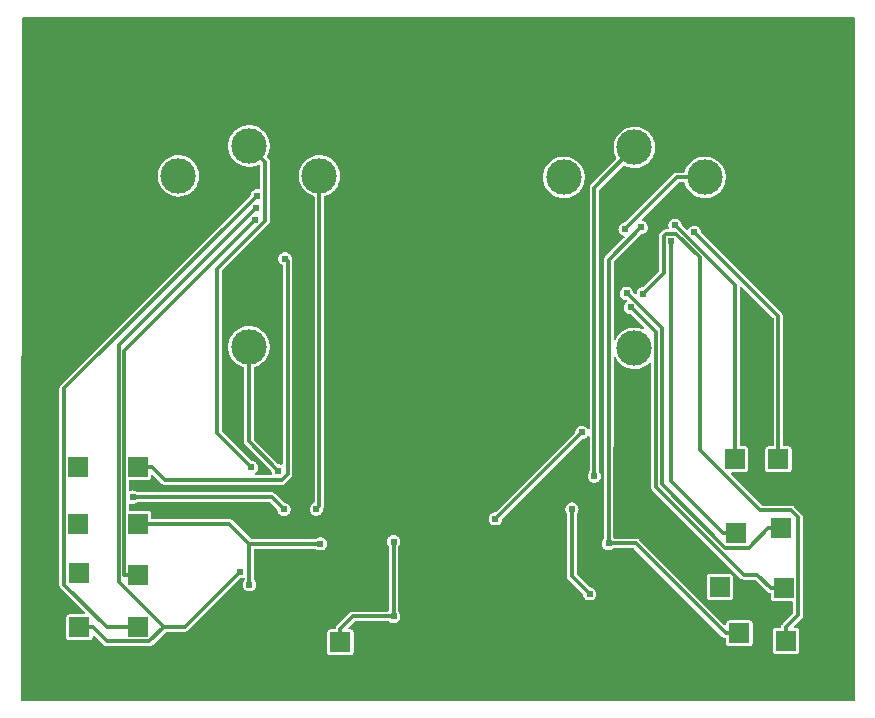
<source format=gbl>
G04 Layer: BottomLayer*
G04 EasyEDA v6.5.29, 2023-07-14 00:53:27*
G04 c58a546ca1a14cb0a5025686437682f6,398929e9e95146ce9e037ed163e1f376,10*
G04 Gerber Generator version 0.2*
G04 Scale: 100 percent, Rotated: No, Reflected: No *
G04 Dimensions in millimeters *
G04 leading zeros omitted , absolute positions ,4 integer and 5 decimal *
%FSLAX45Y45*%
%MOMM*%

%ADD10C,0.3000*%
%ADD11R,1.7000X1.7000*%
%ADD12C,3.0000*%
%ADD13C,0.6096*%
%ADD14C,0.6100*%
%ADD15C,0.0146*%

%LPD*%
G36*
X36169Y-5816092D02*
G01*
X32258Y-5815330D01*
X28956Y-5813094D01*
X26771Y-5809792D01*
X26009Y-5805932D01*
X38506Y-36068D01*
X39319Y-32156D01*
X41503Y-28854D01*
X44805Y-26670D01*
X48666Y-25908D01*
X7075931Y-25908D01*
X7079843Y-26670D01*
X7083094Y-28905D01*
X7085330Y-32156D01*
X7086092Y-36068D01*
X7086092Y-5805932D01*
X7085330Y-5809843D01*
X7083094Y-5813094D01*
X7079843Y-5815330D01*
X7075931Y-5816092D01*
G37*

%LPC*%
G36*
X2647340Y-5431332D02*
G01*
X2816199Y-5431332D01*
X2822549Y-5430621D01*
X2827985Y-5428691D01*
X2832912Y-5425643D01*
X2836976Y-5421528D01*
X2840075Y-5416651D01*
X2841955Y-5411165D01*
X2842666Y-5404866D01*
X2842666Y-5236006D01*
X2841955Y-5229656D01*
X2840075Y-5224221D01*
X2836976Y-5219293D01*
X2832912Y-5215229D01*
X2827985Y-5212130D01*
X2822549Y-5210200D01*
X2816199Y-5209489D01*
X2809798Y-5209489D01*
X2805938Y-5208727D01*
X2802636Y-5206542D01*
X2800451Y-5203240D01*
X2799638Y-5199329D01*
X2800451Y-5195468D01*
X2802636Y-5192166D01*
X2850235Y-5144566D01*
X2853537Y-5142382D01*
X2857398Y-5141569D01*
X3138525Y-5141569D01*
X3141573Y-5142077D01*
X3144367Y-5143449D01*
X3153003Y-5149494D01*
X3161893Y-5153660D01*
X3171393Y-5156200D01*
X3181197Y-5157063D01*
X3191002Y-5156200D01*
X3200501Y-5153660D01*
X3209391Y-5149494D01*
X3217418Y-5143855D01*
X3224377Y-5136896D01*
X3230016Y-5128869D01*
X3234182Y-5119979D01*
X3236722Y-5110480D01*
X3237585Y-5100675D01*
X3236722Y-5090871D01*
X3234182Y-5081371D01*
X3230016Y-5072481D01*
X3223920Y-5063794D01*
X3222599Y-5061051D01*
X3222091Y-5058003D01*
X3222091Y-4510938D01*
X3222599Y-4507890D01*
X3223920Y-4505147D01*
X3230016Y-4496460D01*
X3234182Y-4487570D01*
X3236722Y-4478070D01*
X3237585Y-4468266D01*
X3236722Y-4458462D01*
X3234182Y-4448962D01*
X3230016Y-4440072D01*
X3224377Y-4432046D01*
X3217418Y-4425086D01*
X3209391Y-4419447D01*
X3200501Y-4415282D01*
X3191002Y-4412742D01*
X3181197Y-4411878D01*
X3171393Y-4412742D01*
X3161893Y-4415282D01*
X3153003Y-4419447D01*
X3144977Y-4425086D01*
X3138017Y-4432046D01*
X3132378Y-4440072D01*
X3128213Y-4448962D01*
X3125673Y-4458462D01*
X3124809Y-4468266D01*
X3125673Y-4478070D01*
X3128213Y-4487570D01*
X3132378Y-4496460D01*
X3138474Y-4505147D01*
X3139795Y-4507890D01*
X3140303Y-4510938D01*
X3140303Y-5049621D01*
X3139541Y-5053482D01*
X3137306Y-5056784D01*
X3134004Y-5059019D01*
X3130143Y-5059781D01*
X2836773Y-5059781D01*
X2828290Y-5060594D01*
X2820619Y-5062931D01*
X2813558Y-5066690D01*
X2807004Y-5072126D01*
X2703220Y-5175910D01*
X2697784Y-5182463D01*
X2694025Y-5189524D01*
X2691688Y-5197195D01*
X2691384Y-5200345D01*
X2690368Y-5203901D01*
X2688082Y-5206898D01*
X2684932Y-5208828D01*
X2681274Y-5209489D01*
X2647340Y-5209489D01*
X2641041Y-5210200D01*
X2635554Y-5212130D01*
X2630678Y-5215229D01*
X2626563Y-5219293D01*
X2623515Y-5224221D01*
X2621584Y-5229656D01*
X2620873Y-5236006D01*
X2620873Y-5404866D01*
X2621584Y-5411165D01*
X2623515Y-5416651D01*
X2626563Y-5421528D01*
X2630678Y-5425643D01*
X2635554Y-5428691D01*
X2641041Y-5430621D01*
G37*
G36*
X6419240Y-5418632D02*
G01*
X6588099Y-5418632D01*
X6594449Y-5417921D01*
X6599885Y-5415991D01*
X6604812Y-5412943D01*
X6608876Y-5408828D01*
X6611975Y-5403951D01*
X6613855Y-5398465D01*
X6614566Y-5392166D01*
X6614566Y-5223306D01*
X6613855Y-5216956D01*
X6611975Y-5211521D01*
X6608876Y-5206593D01*
X6604812Y-5202529D01*
X6599885Y-5199430D01*
X6594449Y-5197500D01*
X6588099Y-5196789D01*
X6581698Y-5196789D01*
X6577838Y-5196027D01*
X6574536Y-5193842D01*
X6572351Y-5190540D01*
X6571538Y-5186629D01*
X6572351Y-5182768D01*
X6574536Y-5179466D01*
X6634988Y-5119014D01*
X6640372Y-5112461D01*
X6644131Y-5105400D01*
X6646468Y-5097729D01*
X6647281Y-5089245D01*
X6647281Y-4263694D01*
X6646468Y-4255211D01*
X6644131Y-4247540D01*
X6640372Y-4240479D01*
X6634988Y-4233926D01*
X6575602Y-4174540D01*
X6568998Y-4169105D01*
X6561937Y-4165346D01*
X6554266Y-4163009D01*
X6545783Y-4162196D01*
X6307023Y-4162196D01*
X6303162Y-4161434D01*
X6299860Y-4159199D01*
X6039916Y-3899255D01*
X6037732Y-3895953D01*
X6036919Y-3892092D01*
X6037732Y-3888181D01*
X6039916Y-3884879D01*
X6043218Y-3882694D01*
X6047079Y-3881932D01*
X6156299Y-3881932D01*
X6162649Y-3881221D01*
X6168085Y-3879291D01*
X6173012Y-3876243D01*
X6177076Y-3872128D01*
X6180175Y-3867251D01*
X6182055Y-3861765D01*
X6182766Y-3855465D01*
X6182766Y-3686606D01*
X6182055Y-3680256D01*
X6180175Y-3674821D01*
X6177076Y-3669893D01*
X6173012Y-3665829D01*
X6168085Y-3662730D01*
X6162649Y-3660800D01*
X6156299Y-3660089D01*
X6122924Y-3660089D01*
X6119063Y-3659327D01*
X6115761Y-3657142D01*
X6113576Y-3653840D01*
X6112764Y-3649929D01*
X6112764Y-2316124D01*
X6113576Y-2312212D01*
X6115761Y-2308910D01*
X6119063Y-2306726D01*
X6122924Y-2305964D01*
X6126835Y-2306726D01*
X6130137Y-2308910D01*
X6396278Y-2575102D01*
X6398514Y-2578354D01*
X6399276Y-2582265D01*
X6399276Y-3649929D01*
X6398514Y-3653840D01*
X6396278Y-3657142D01*
X6392976Y-3659327D01*
X6389116Y-3660089D01*
X6355740Y-3660089D01*
X6349441Y-3660800D01*
X6343954Y-3662730D01*
X6339078Y-3665829D01*
X6334963Y-3669893D01*
X6331915Y-3674821D01*
X6329984Y-3680256D01*
X6329273Y-3686606D01*
X6329273Y-3855465D01*
X6329984Y-3861765D01*
X6331915Y-3867251D01*
X6334963Y-3872128D01*
X6339078Y-3876243D01*
X6343954Y-3879291D01*
X6349441Y-3881221D01*
X6355740Y-3881932D01*
X6524599Y-3881932D01*
X6530949Y-3881221D01*
X6536385Y-3879291D01*
X6541312Y-3876243D01*
X6545376Y-3872128D01*
X6548475Y-3867251D01*
X6550355Y-3861765D01*
X6551066Y-3855465D01*
X6551066Y-3686606D01*
X6550355Y-3680256D01*
X6548475Y-3674821D01*
X6545376Y-3669893D01*
X6541312Y-3665829D01*
X6536385Y-3662730D01*
X6530949Y-3660800D01*
X6524599Y-3660089D01*
X6491224Y-3660089D01*
X6487363Y-3659327D01*
X6484061Y-3657142D01*
X6481876Y-3653840D01*
X6481064Y-3649929D01*
X6481064Y-2561590D01*
X6480251Y-2553157D01*
X6477914Y-2545486D01*
X6474155Y-2538425D01*
X6468770Y-2531821D01*
X5786628Y-1849678D01*
X5784596Y-1846834D01*
X5783681Y-1843379D01*
X5783275Y-1838909D01*
X5780735Y-1829409D01*
X5776569Y-1820519D01*
X5770981Y-1812493D01*
X5764022Y-1805533D01*
X5755944Y-1799894D01*
X5747054Y-1795729D01*
X5737555Y-1793189D01*
X5727801Y-1792325D01*
X5717997Y-1793189D01*
X5708497Y-1795729D01*
X5699607Y-1799894D01*
X5691530Y-1805533D01*
X5684570Y-1812493D01*
X5678982Y-1820519D01*
X5677509Y-1823618D01*
X5675223Y-1826768D01*
X5671972Y-1828800D01*
X5668111Y-1829511D01*
X5664352Y-1828698D01*
X5661101Y-1826514D01*
X5623407Y-1788769D01*
X5621375Y-1785924D01*
X5620461Y-1782470D01*
X5620054Y-1778000D01*
X5617514Y-1768500D01*
X5613349Y-1759610D01*
X5607761Y-1751584D01*
X5600801Y-1744624D01*
X5592724Y-1738985D01*
X5583834Y-1734820D01*
X5574334Y-1732280D01*
X5564581Y-1731416D01*
X5554776Y-1732280D01*
X5545277Y-1734820D01*
X5536387Y-1738985D01*
X5528310Y-1744624D01*
X5521350Y-1751584D01*
X5515762Y-1759610D01*
X5511596Y-1768500D01*
X5509056Y-1778000D01*
X5508193Y-1787804D01*
X5509056Y-1797608D01*
X5513120Y-1812239D01*
X5512460Y-1816252D01*
X5510276Y-1819656D01*
X5506923Y-1821942D01*
X5502960Y-1822754D01*
X5488533Y-1822754D01*
X5480100Y-1823618D01*
X5472430Y-1825904D01*
X5465368Y-1829714D01*
X5458764Y-1835099D01*
X5440781Y-1853082D01*
X5435396Y-1859686D01*
X5431586Y-1866747D01*
X5429300Y-1874367D01*
X5428437Y-1882851D01*
X5428437Y-2171903D01*
X5427675Y-2175764D01*
X5425490Y-2179066D01*
X5296408Y-2308148D01*
X5293512Y-2310180D01*
X5290108Y-2311095D01*
X5285587Y-2311501D01*
X5276088Y-2314041D01*
X5267198Y-2318207D01*
X5259171Y-2323795D01*
X5252212Y-2330754D01*
X5246573Y-2338832D01*
X5242407Y-2347722D01*
X5239867Y-2357221D01*
X5239054Y-2366721D01*
X5237988Y-2370378D01*
X5235702Y-2373426D01*
X5232400Y-2375357D01*
X5228640Y-2375966D01*
X5224881Y-2375154D01*
X5221732Y-2373020D01*
X5214467Y-2365756D01*
X5212435Y-2362860D01*
X5211521Y-2359456D01*
X5211165Y-2354986D01*
X5208625Y-2345486D01*
X5204460Y-2336596D01*
X5198821Y-2328519D01*
X5191861Y-2321560D01*
X5183835Y-2315972D01*
X5174945Y-2311806D01*
X5165445Y-2309266D01*
X5155641Y-2308402D01*
X5145836Y-2309266D01*
X5136337Y-2311806D01*
X5127447Y-2315972D01*
X5119420Y-2321560D01*
X5112461Y-2328519D01*
X5106822Y-2336596D01*
X5102656Y-2345486D01*
X5100116Y-2354986D01*
X5099253Y-2364790D01*
X5100116Y-2374544D01*
X5102656Y-2384044D01*
X5106822Y-2392934D01*
X5112461Y-2401011D01*
X5119420Y-2407970D01*
X5127447Y-2413558D01*
X5136337Y-2417724D01*
X5145836Y-2420264D01*
X5148783Y-2420518D01*
X5152694Y-2421686D01*
X5155844Y-2424328D01*
X5157673Y-2428036D01*
X5157927Y-2432151D01*
X5156504Y-2436012D01*
X5153710Y-2438958D01*
X5151932Y-2440228D01*
X5144973Y-2447188D01*
X5139334Y-2455214D01*
X5135168Y-2464104D01*
X5132628Y-2473604D01*
X5131765Y-2483408D01*
X5132628Y-2493213D01*
X5135168Y-2502712D01*
X5139334Y-2511602D01*
X5144973Y-2519629D01*
X5151932Y-2526588D01*
X5159959Y-2532227D01*
X5168849Y-2536393D01*
X5178348Y-2538933D01*
X5182870Y-2539339D01*
X5186273Y-2540203D01*
X5189169Y-2542235D01*
X5299252Y-2652318D01*
X5301437Y-2655620D01*
X5302199Y-2659481D01*
X5301437Y-2663393D01*
X5299252Y-2666695D01*
X5296001Y-2668879D01*
X5292090Y-2669692D01*
X5288229Y-2668930D01*
X5278780Y-2665069D01*
X5261356Y-2660040D01*
X5243576Y-2656789D01*
X5225491Y-2655366D01*
X5207406Y-2655824D01*
X5189423Y-2658160D01*
X5171795Y-2662326D01*
X5154726Y-2668270D01*
X5138318Y-2675940D01*
X5122773Y-2685288D01*
X5108295Y-2696159D01*
X5094986Y-2708452D01*
X5083048Y-2722067D01*
X5072583Y-2736799D01*
X5063540Y-2752801D01*
X5061305Y-2756052D01*
X5058003Y-2758186D01*
X5054092Y-2758897D01*
X5050282Y-2758084D01*
X5046980Y-2755849D01*
X5044846Y-2752598D01*
X5044084Y-2748737D01*
X5044694Y-2103170D01*
X5045456Y-2099310D01*
X5047640Y-2096007D01*
X5277307Y-1866138D01*
X5280202Y-1864106D01*
X5283606Y-1863191D01*
X5288229Y-1862785D01*
X5297728Y-1860245D01*
X5306618Y-1856079D01*
X5314696Y-1850491D01*
X5321655Y-1843532D01*
X5327243Y-1835454D01*
X5331409Y-1826564D01*
X5333949Y-1817065D01*
X5334812Y-1807311D01*
X5333949Y-1797507D01*
X5331409Y-1788007D01*
X5327243Y-1779117D01*
X5321655Y-1771040D01*
X5314696Y-1764080D01*
X5306618Y-1758492D01*
X5297728Y-1754327D01*
X5289804Y-1752193D01*
X5286044Y-1750263D01*
X5283352Y-1747012D01*
X5282285Y-1742897D01*
X5282946Y-1738731D01*
X5285232Y-1735175D01*
X5593130Y-1427276D01*
X5596432Y-1425092D01*
X5600344Y-1424330D01*
X5639104Y-1424330D01*
X5643270Y-1425194D01*
X5646674Y-1427734D01*
X5648807Y-1431391D01*
X5653278Y-1445463D01*
X5660542Y-1462074D01*
X5669483Y-1477822D01*
X5679948Y-1492554D01*
X5691886Y-1506169D01*
X5705195Y-1518462D01*
X5719673Y-1529334D01*
X5735218Y-1538681D01*
X5751626Y-1546352D01*
X5768695Y-1552295D01*
X5786323Y-1556461D01*
X5804306Y-1558798D01*
X5822391Y-1559255D01*
X5840476Y-1557832D01*
X5858256Y-1554581D01*
X5875680Y-1549552D01*
X5892444Y-1542745D01*
X5908446Y-1534210D01*
X5923432Y-1524101D01*
X5937351Y-1512519D01*
X5950000Y-1499514D01*
X5961227Y-1485341D01*
X5970930Y-1470050D01*
X5979058Y-1453845D01*
X5985459Y-1436928D01*
X5990031Y-1419402D01*
X5992825Y-1401521D01*
X5993790Y-1383436D01*
X5992825Y-1365351D01*
X5990031Y-1347419D01*
X5985459Y-1329944D01*
X5979058Y-1312976D01*
X5970930Y-1296771D01*
X5961227Y-1281480D01*
X5950000Y-1267307D01*
X5937351Y-1254302D01*
X5923432Y-1242720D01*
X5908446Y-1232611D01*
X5892444Y-1224127D01*
X5875680Y-1217269D01*
X5858256Y-1212240D01*
X5840476Y-1208989D01*
X5822391Y-1207566D01*
X5804306Y-1208024D01*
X5786323Y-1210360D01*
X5768695Y-1214526D01*
X5751626Y-1220470D01*
X5735218Y-1228140D01*
X5719673Y-1237488D01*
X5705195Y-1248359D01*
X5691886Y-1260652D01*
X5679948Y-1274267D01*
X5669483Y-1288999D01*
X5660542Y-1304747D01*
X5653278Y-1321358D01*
X5648807Y-1335430D01*
X5646674Y-1339138D01*
X5643270Y-1341628D01*
X5639104Y-1342491D01*
X5579668Y-1342491D01*
X5571185Y-1343355D01*
X5563514Y-1345641D01*
X5556453Y-1349451D01*
X5549900Y-1354836D01*
X5142687Y-1762048D01*
X5139791Y-1764080D01*
X5136388Y-1764995D01*
X5131917Y-1765350D01*
X5122418Y-1767890D01*
X5113528Y-1772056D01*
X5105450Y-1777695D01*
X5098491Y-1784654D01*
X5092903Y-1792681D01*
X5088737Y-1801571D01*
X5086197Y-1811070D01*
X5085334Y-1820875D01*
X5086197Y-1830679D01*
X5088737Y-1840179D01*
X5092903Y-1849069D01*
X5098491Y-1857095D01*
X5105450Y-1864055D01*
X5113528Y-1869693D01*
X5122418Y-1873859D01*
X5130342Y-1875942D01*
X5134102Y-1877872D01*
X5136743Y-1881174D01*
X5137861Y-1885238D01*
X5137200Y-1889404D01*
X5134864Y-1892960D01*
X4975199Y-2052777D01*
X4969865Y-2059279D01*
X4966055Y-2066340D01*
X4963718Y-2074011D01*
X4962906Y-2082495D01*
X4960670Y-4440072D01*
X4960162Y-4443120D01*
X4958791Y-4445863D01*
X4952796Y-4454448D01*
X4948631Y-4463338D01*
X4946091Y-4472838D01*
X4945227Y-4482642D01*
X4946091Y-4492447D01*
X4948631Y-4501946D01*
X4952796Y-4510836D01*
X4958435Y-4518863D01*
X4965395Y-4525822D01*
X4973421Y-4531461D01*
X4982311Y-4535627D01*
X4991811Y-4538167D01*
X5001615Y-4539030D01*
X5011420Y-4538167D01*
X5020919Y-4535627D01*
X5029809Y-4531461D01*
X5038445Y-4525416D01*
X5041239Y-4524044D01*
X5044287Y-4523536D01*
X5212029Y-4523536D01*
X5215940Y-4524349D01*
X5219242Y-4526534D01*
X5965494Y-5272786D01*
X5972048Y-5278170D01*
X5979109Y-5281980D01*
X5986780Y-5284266D01*
X5989878Y-5284571D01*
X5993485Y-5285638D01*
X5996432Y-5287873D01*
X5998362Y-5291074D01*
X5999073Y-5294680D01*
X5999073Y-5328666D01*
X5999784Y-5334965D01*
X6001715Y-5340451D01*
X6004763Y-5345328D01*
X6008878Y-5349443D01*
X6013754Y-5352491D01*
X6019241Y-5354421D01*
X6025540Y-5355132D01*
X6194399Y-5355132D01*
X6200749Y-5354421D01*
X6206185Y-5352491D01*
X6211112Y-5349443D01*
X6215176Y-5345328D01*
X6218275Y-5340451D01*
X6220155Y-5334965D01*
X6220866Y-5328666D01*
X6220866Y-5159806D01*
X6220155Y-5153456D01*
X6218275Y-5148021D01*
X6215176Y-5143093D01*
X6211112Y-5139029D01*
X6206185Y-5135930D01*
X6200749Y-5134000D01*
X6194399Y-5133289D01*
X6025540Y-5133289D01*
X6019241Y-5134000D01*
X6013754Y-5135930D01*
X6008878Y-5139029D01*
X6004763Y-5143093D01*
X6001715Y-5148021D01*
X5999784Y-5153456D01*
X5999073Y-5159806D01*
X5999073Y-5166156D01*
X5998311Y-5170017D01*
X5996076Y-5173319D01*
X5992774Y-5175504D01*
X5988913Y-5176316D01*
X5985002Y-5175504D01*
X5981700Y-5173319D01*
X5262473Y-4454093D01*
X5255869Y-4448657D01*
X5248808Y-4444898D01*
X5241188Y-4442561D01*
X5232704Y-4441748D01*
X5052618Y-4441748D01*
X5048758Y-4440986D01*
X5045456Y-4438751D01*
X5043220Y-4435449D01*
X5042458Y-4431588D01*
X5043932Y-2913329D01*
X5044694Y-2909468D01*
X5046878Y-2906217D01*
X5050129Y-2903982D01*
X5053990Y-2903169D01*
X5057851Y-2903880D01*
X5061153Y-2906064D01*
X5063642Y-2909874D01*
X5072583Y-2925622D01*
X5083048Y-2940354D01*
X5094986Y-2953969D01*
X5108295Y-2966262D01*
X5122773Y-2977134D01*
X5138318Y-2986481D01*
X5154726Y-2994152D01*
X5171795Y-3000095D01*
X5189423Y-3004261D01*
X5207406Y-3006598D01*
X5225491Y-3007055D01*
X5243576Y-3005632D01*
X5261356Y-3002381D01*
X5278780Y-2997352D01*
X5295544Y-2990545D01*
X5311546Y-2982010D01*
X5326532Y-2971901D01*
X5340451Y-2960319D01*
X5343042Y-2957677D01*
X5346293Y-2955391D01*
X5350205Y-2954578D01*
X5354116Y-2955340D01*
X5357469Y-2957525D01*
X5359654Y-2960827D01*
X5360466Y-2964738D01*
X5360466Y-4002836D01*
X5361279Y-4011320D01*
X5363616Y-4018991D01*
X5367375Y-4026052D01*
X5372811Y-4032605D01*
X6116726Y-4776571D01*
X6123330Y-4781956D01*
X6130391Y-4785766D01*
X6138062Y-4788052D01*
X6146495Y-4788916D01*
X6239408Y-4788916D01*
X6243269Y-4789678D01*
X6246571Y-4791862D01*
X6346494Y-4891786D01*
X6353048Y-4897170D01*
X6360109Y-4900980D01*
X6367780Y-4903266D01*
X6370878Y-4903571D01*
X6374485Y-4904638D01*
X6377432Y-4906873D01*
X6379362Y-4910074D01*
X6380073Y-4913680D01*
X6380073Y-4947666D01*
X6380784Y-4953965D01*
X6382715Y-4959451D01*
X6385763Y-4964328D01*
X6389878Y-4968443D01*
X6394754Y-4971491D01*
X6400241Y-4973421D01*
X6406540Y-4974132D01*
X6555333Y-4974132D01*
X6559194Y-4974894D01*
X6562496Y-4977079D01*
X6564731Y-4980381D01*
X6565493Y-4984292D01*
X6565493Y-5068620D01*
X6564731Y-5072481D01*
X6562496Y-5075783D01*
X6475120Y-5163210D01*
X6469684Y-5169763D01*
X6465925Y-5176824D01*
X6463588Y-5184495D01*
X6463284Y-5187645D01*
X6462268Y-5191201D01*
X6459982Y-5194198D01*
X6456832Y-5196128D01*
X6453174Y-5196789D01*
X6419240Y-5196789D01*
X6412941Y-5197500D01*
X6407454Y-5199430D01*
X6402578Y-5202529D01*
X6398463Y-5206593D01*
X6395415Y-5211521D01*
X6393484Y-5216956D01*
X6392773Y-5223306D01*
X6392773Y-5392166D01*
X6393484Y-5398465D01*
X6395415Y-5403951D01*
X6398463Y-5408828D01*
X6402578Y-5412943D01*
X6407454Y-5415991D01*
X6412941Y-5417921D01*
G37*
G36*
X757275Y-5353862D02*
G01*
X1111758Y-5353862D01*
X1120241Y-5353050D01*
X1127861Y-5350713D01*
X1134922Y-5346954D01*
X1141526Y-5341569D01*
X1251356Y-5231739D01*
X1254607Y-5229555D01*
X1258519Y-5228742D01*
X1413052Y-5228742D01*
X1421536Y-5227929D01*
X1429156Y-5225592D01*
X1436268Y-5221833D01*
X1442821Y-5216448D01*
X1876907Y-4782362D01*
X1879752Y-4780330D01*
X1883206Y-4779416D01*
X1887677Y-4779010D01*
X1897176Y-4776470D01*
X1906168Y-4772304D01*
X1910080Y-4771339D01*
X1914093Y-4771999D01*
X1917496Y-4774184D01*
X1919782Y-4777536D01*
X1920595Y-4781499D01*
X1920595Y-4789525D01*
X1920138Y-4792573D01*
X1918766Y-4795367D01*
X1912721Y-4804054D01*
X1908556Y-4812944D01*
X1906016Y-4822444D01*
X1905152Y-4832248D01*
X1906016Y-4842002D01*
X1908556Y-4851501D01*
X1912721Y-4860391D01*
X1918309Y-4868468D01*
X1925269Y-4875428D01*
X1933346Y-4881016D01*
X1942236Y-4885182D01*
X1951736Y-4887722D01*
X1961540Y-4888585D01*
X1971293Y-4887722D01*
X1980793Y-4885182D01*
X1989683Y-4881016D01*
X1997760Y-4875428D01*
X2004720Y-4868468D01*
X2010308Y-4860391D01*
X2014474Y-4851501D01*
X2017014Y-4842002D01*
X2017877Y-4832248D01*
X2017014Y-4822444D01*
X2014474Y-4812944D01*
X2010308Y-4804054D01*
X2004263Y-4795367D01*
X2002891Y-4792573D01*
X2002434Y-4789525D01*
X2002434Y-4537252D01*
X2003196Y-4533392D01*
X2005380Y-4530090D01*
X2008682Y-4527905D01*
X2012594Y-4527092D01*
X2519121Y-4527092D01*
X2522169Y-4527600D01*
X2524963Y-4528921D01*
X2533650Y-4535017D01*
X2542540Y-4539183D01*
X2552039Y-4541723D01*
X2561844Y-4542586D01*
X2571597Y-4541723D01*
X2581097Y-4539183D01*
X2589987Y-4535017D01*
X2598064Y-4529378D01*
X2605024Y-4522419D01*
X2610612Y-4514392D01*
X2614777Y-4505502D01*
X2617317Y-4496003D01*
X2618181Y-4486198D01*
X2617317Y-4476394D01*
X2614777Y-4466894D01*
X2610612Y-4458004D01*
X2605024Y-4449978D01*
X2598064Y-4443018D01*
X2589987Y-4437380D01*
X2581097Y-4433214D01*
X2571597Y-4430674D01*
X2561844Y-4429810D01*
X2552039Y-4430674D01*
X2542540Y-4433214D01*
X2533650Y-4437380D01*
X2524963Y-4443476D01*
X2522169Y-4444847D01*
X2519121Y-4445304D01*
X1982673Y-4445304D01*
X1978761Y-4444542D01*
X1975459Y-4442307D01*
X1821738Y-4288536D01*
X1815134Y-4283151D01*
X1808073Y-4279341D01*
X1800402Y-4277055D01*
X1791919Y-4276191D01*
X1138326Y-4276191D01*
X1134465Y-4275429D01*
X1131163Y-4273245D01*
X1128979Y-4269943D01*
X1128166Y-4266031D01*
X1128166Y-4232706D01*
X1127455Y-4226356D01*
X1125575Y-4220921D01*
X1122476Y-4215993D01*
X1118412Y-4211929D01*
X1113485Y-4208830D01*
X1108049Y-4206900D01*
X1101699Y-4206189D01*
X952957Y-4206189D01*
X949045Y-4205427D01*
X945743Y-4203242D01*
X943559Y-4199940D01*
X942797Y-4196029D01*
X942797Y-4154068D01*
X943457Y-4150410D01*
X945387Y-4147261D01*
X948334Y-4145026D01*
X951890Y-4143959D01*
X955598Y-4144264D01*
X961847Y-4145940D01*
X971651Y-4146804D01*
X981456Y-4145940D01*
X990955Y-4143400D01*
X999845Y-4139234D01*
X1008481Y-4133138D01*
X1011275Y-4131818D01*
X1014323Y-4131310D01*
X2129586Y-4131310D01*
X2133447Y-4132122D01*
X2136749Y-4134307D01*
X2195169Y-4192727D01*
X2197201Y-4195622D01*
X2198116Y-4199026D01*
X2198522Y-4203496D01*
X2201062Y-4212996D01*
X2205228Y-4221886D01*
X2210816Y-4229963D01*
X2217775Y-4236923D01*
X2225852Y-4242511D01*
X2234742Y-4246676D01*
X2244242Y-4249216D01*
X2254046Y-4250080D01*
X2263800Y-4249216D01*
X2273300Y-4246676D01*
X2282190Y-4242511D01*
X2290267Y-4236923D01*
X2297226Y-4229963D01*
X2302814Y-4221886D01*
X2306980Y-4212996D01*
X2309520Y-4203496D01*
X2310384Y-4193743D01*
X2309520Y-4183938D01*
X2306980Y-4174439D01*
X2302814Y-4165549D01*
X2297226Y-4157472D01*
X2290267Y-4150512D01*
X2282190Y-4144924D01*
X2273300Y-4140758D01*
X2263800Y-4138218D01*
X2259330Y-4137812D01*
X2255926Y-4136898D01*
X2253030Y-4134865D01*
X2179980Y-4061866D01*
X2173427Y-4056430D01*
X2166366Y-4052671D01*
X2158695Y-4050334D01*
X2150211Y-4049522D01*
X1014323Y-4049522D01*
X1011275Y-4049064D01*
X1008532Y-4047693D01*
X999845Y-4041597D01*
X990955Y-4037431D01*
X981456Y-4034891D01*
X971651Y-4034028D01*
X961847Y-4034891D01*
X955598Y-4036568D01*
X951890Y-4036872D01*
X948334Y-4035806D01*
X945387Y-4033570D01*
X943457Y-4030421D01*
X942797Y-4026763D01*
X942797Y-3955592D01*
X943559Y-3951681D01*
X945743Y-3948379D01*
X949045Y-3946194D01*
X952957Y-3945432D01*
X1101699Y-3945432D01*
X1108049Y-3944721D01*
X1113485Y-3942791D01*
X1118412Y-3939743D01*
X1122476Y-3935628D01*
X1125575Y-3930751D01*
X1127455Y-3925265D01*
X1128166Y-3918965D01*
X1128166Y-3912565D01*
X1128979Y-3908653D01*
X1131163Y-3905402D01*
X1134465Y-3903167D01*
X1138326Y-3902405D01*
X1142238Y-3903167D01*
X1145540Y-3905402D01*
X1213510Y-3973372D01*
X1220114Y-3978757D01*
X1227175Y-3982567D01*
X1234846Y-3984853D01*
X1243279Y-3985717D01*
X2233726Y-3985717D01*
X2242210Y-3984853D01*
X2249881Y-3982567D01*
X2256942Y-3978757D01*
X2263546Y-3973372D01*
X2313584Y-3923284D01*
X2318969Y-3916730D01*
X2322779Y-3909669D01*
X2325116Y-3901998D01*
X2325928Y-3893515D01*
X2325928Y-2094026D01*
X2325116Y-2085593D01*
X2322779Y-2077923D01*
X2320239Y-2073148D01*
X2319070Y-2069236D01*
X2318410Y-2061616D01*
X2315870Y-2052116D01*
X2311704Y-2043226D01*
X2306066Y-2035200D01*
X2299106Y-2028240D01*
X2291080Y-2022602D01*
X2282190Y-2018436D01*
X2272690Y-2015896D01*
X2262886Y-2015032D01*
X2253081Y-2015896D01*
X2243582Y-2018436D01*
X2234692Y-2022602D01*
X2226665Y-2028240D01*
X2219706Y-2035200D01*
X2214067Y-2043226D01*
X2209901Y-2052116D01*
X2207361Y-2061616D01*
X2206498Y-2071420D01*
X2207361Y-2081225D01*
X2209901Y-2090724D01*
X2214067Y-2099614D01*
X2219706Y-2107641D01*
X2226665Y-2114600D01*
X2234692Y-2120239D01*
X2238248Y-2121865D01*
X2241346Y-2124100D01*
X2243378Y-2127351D01*
X2244090Y-2131110D01*
X2244090Y-3807206D01*
X2243277Y-3811168D01*
X2240991Y-3814521D01*
X2237587Y-3816654D01*
X2233574Y-3817365D01*
X2229662Y-3816400D01*
X2223008Y-3813301D01*
X2213508Y-3810762D01*
X2209038Y-3810355D01*
X2205583Y-3809441D01*
X2202738Y-3807409D01*
X2000961Y-3605682D01*
X1998776Y-3602380D01*
X1997964Y-3598468D01*
X1997964Y-2997200D01*
X1998929Y-2992932D01*
X2001520Y-2989478D01*
X2005279Y-2987446D01*
X2014880Y-2984652D01*
X2031644Y-2977845D01*
X2047646Y-2969310D01*
X2062632Y-2959201D01*
X2076551Y-2947619D01*
X2089200Y-2934614D01*
X2100427Y-2920441D01*
X2110130Y-2905150D01*
X2118258Y-2888945D01*
X2124659Y-2872028D01*
X2129231Y-2854502D01*
X2132025Y-2836621D01*
X2132990Y-2818536D01*
X2132025Y-2800451D01*
X2129231Y-2782519D01*
X2124659Y-2765044D01*
X2118258Y-2748076D01*
X2110130Y-2731871D01*
X2100427Y-2716580D01*
X2089200Y-2702407D01*
X2076551Y-2689402D01*
X2062632Y-2677820D01*
X2047646Y-2667711D01*
X2031644Y-2659227D01*
X2014880Y-2652369D01*
X1997456Y-2647340D01*
X1979675Y-2644089D01*
X1961591Y-2642666D01*
X1943506Y-2643124D01*
X1925523Y-2645460D01*
X1907895Y-2649626D01*
X1890826Y-2655570D01*
X1874418Y-2663240D01*
X1858873Y-2672588D01*
X1844395Y-2683459D01*
X1831086Y-2695752D01*
X1819148Y-2709367D01*
X1808683Y-2724099D01*
X1799742Y-2739847D01*
X1792478Y-2756458D01*
X1786991Y-2773730D01*
X1783283Y-2791460D01*
X1781403Y-2809443D01*
X1781403Y-2827578D01*
X1783283Y-2845562D01*
X1786991Y-2863291D01*
X1792478Y-2880563D01*
X1799742Y-2897174D01*
X1808683Y-2912922D01*
X1819148Y-2927654D01*
X1831086Y-2941269D01*
X1844395Y-2953562D01*
X1858873Y-2964434D01*
X1874418Y-2973781D01*
X1890826Y-2981452D01*
X1908352Y-2987497D01*
X1912366Y-2989478D01*
X1915160Y-2992983D01*
X1916175Y-2997403D01*
X1916175Y-3619144D01*
X1916988Y-3627577D01*
X1919325Y-3635248D01*
X1923084Y-3642309D01*
X1928520Y-3648913D01*
X2144877Y-3865270D01*
X2146909Y-3868165D01*
X2147824Y-3871569D01*
X2148179Y-3876040D01*
X2150719Y-3885539D01*
X2152548Y-3889451D01*
X2153513Y-3893362D01*
X2152853Y-3897376D01*
X2150668Y-3900779D01*
X2147316Y-3903065D01*
X2143353Y-3903878D01*
X2016048Y-3903878D01*
X2011883Y-3903014D01*
X2008428Y-3900474D01*
X2006346Y-3896766D01*
X2005939Y-3892550D01*
X2007311Y-3888536D01*
X2010206Y-3885387D01*
X2014016Y-3882745D01*
X2020976Y-3875786D01*
X2026564Y-3867759D01*
X2030730Y-3858869D01*
X2033270Y-3849370D01*
X2034133Y-3839565D01*
X2033270Y-3829761D01*
X2030730Y-3820261D01*
X2026564Y-3811371D01*
X2020976Y-3803345D01*
X2014016Y-3796385D01*
X2005939Y-3790746D01*
X1997049Y-3786581D01*
X1987550Y-3784041D01*
X1983333Y-3783685D01*
X1979930Y-3782771D01*
X1977034Y-3780739D01*
X1732991Y-3536696D01*
X1730806Y-3533394D01*
X1729993Y-3529533D01*
X1729993Y-2178100D01*
X1730806Y-2174240D01*
X1732991Y-2170938D01*
X2123795Y-1780082D01*
X2129231Y-1773529D01*
X2132990Y-1766468D01*
X2135327Y-1758797D01*
X2136140Y-1750314D01*
X2136140Y-1256284D01*
X2135327Y-1247800D01*
X2132990Y-1240129D01*
X2129231Y-1233068D01*
X2123795Y-1226515D01*
X2112467Y-1215136D01*
X2110181Y-1211630D01*
X2109520Y-1207465D01*
X2110587Y-1203401D01*
X2118258Y-1188059D01*
X2124659Y-1171092D01*
X2129231Y-1153617D01*
X2132025Y-1135684D01*
X2132990Y-1117600D01*
X2132025Y-1099515D01*
X2129231Y-1081633D01*
X2124659Y-1064107D01*
X2118258Y-1047191D01*
X2110130Y-1030986D01*
X2100427Y-1015695D01*
X2089200Y-1001471D01*
X2076551Y-988517D01*
X2062632Y-976934D01*
X2047646Y-966825D01*
X2031644Y-958291D01*
X2014880Y-951484D01*
X1997456Y-946403D01*
X1979675Y-943152D01*
X1961591Y-941781D01*
X1943506Y-942238D01*
X1925523Y-944575D01*
X1907895Y-948740D01*
X1890826Y-954684D01*
X1874418Y-962355D01*
X1858873Y-971702D01*
X1844395Y-982522D01*
X1831086Y-994867D01*
X1819148Y-1008430D01*
X1808683Y-1023213D01*
X1799742Y-1038961D01*
X1792478Y-1055573D01*
X1786991Y-1072794D01*
X1783283Y-1090523D01*
X1781403Y-1108557D01*
X1781403Y-1126642D01*
X1783283Y-1144676D01*
X1786991Y-1162405D01*
X1792478Y-1179677D01*
X1799742Y-1196238D01*
X1808683Y-1212037D01*
X1819148Y-1226769D01*
X1831086Y-1240383D01*
X1844395Y-1252677D01*
X1858873Y-1263548D01*
X1874418Y-1272895D01*
X1890826Y-1280566D01*
X1907895Y-1286510D01*
X1925523Y-1290675D01*
X1943506Y-1292961D01*
X1961591Y-1293469D01*
X1979675Y-1292047D01*
X1997456Y-1288796D01*
X2014880Y-1283766D01*
X2031644Y-1276908D01*
X2039416Y-1272794D01*
X2043379Y-1271625D01*
X2047493Y-1272133D01*
X2051100Y-1274318D01*
X2053488Y-1277670D01*
X2054352Y-1281734D01*
X2054352Y-1474520D01*
X2053640Y-1478178D01*
X2051710Y-1481328D01*
X2048814Y-1483563D01*
X2045258Y-1484630D01*
X2041550Y-1484325D01*
X2035962Y-1482852D01*
X2026157Y-1481988D01*
X2016404Y-1482852D01*
X2006904Y-1485392D01*
X1998014Y-1489557D01*
X1989937Y-1495145D01*
X1982978Y-1502105D01*
X1977389Y-1510182D01*
X1973224Y-1519072D01*
X1970684Y-1528572D01*
X1970278Y-1533042D01*
X1969363Y-1536446D01*
X1967331Y-1539341D01*
X365302Y-3141370D01*
X359918Y-3147974D01*
X356158Y-3155035D01*
X353822Y-3162706D01*
X352958Y-3171139D01*
X352958Y-4832502D01*
X353822Y-4840986D01*
X356158Y-4848656D01*
X359918Y-4855718D01*
X365302Y-4862271D01*
X568198Y-5065166D01*
X570382Y-5068468D01*
X571144Y-5072329D01*
X570382Y-5076240D01*
X568198Y-5079542D01*
X564896Y-5081727D01*
X560984Y-5082489D01*
X437540Y-5082489D01*
X431241Y-5083200D01*
X425754Y-5085130D01*
X420878Y-5088229D01*
X416763Y-5092293D01*
X413715Y-5097221D01*
X411784Y-5102656D01*
X411073Y-5109006D01*
X411073Y-5277866D01*
X411784Y-5284165D01*
X413715Y-5289651D01*
X416763Y-5294528D01*
X420878Y-5298643D01*
X425754Y-5301691D01*
X431241Y-5303621D01*
X437540Y-5304332D01*
X606399Y-5304332D01*
X612749Y-5303621D01*
X618185Y-5301691D01*
X623112Y-5298643D01*
X627176Y-5294528D01*
X630275Y-5289651D01*
X632155Y-5284165D01*
X632866Y-5277866D01*
X632866Y-5271465D01*
X633679Y-5267553D01*
X635863Y-5264302D01*
X639165Y-5262067D01*
X643026Y-5261305D01*
X646938Y-5262067D01*
X650240Y-5264302D01*
X727506Y-5341569D01*
X734060Y-5346954D01*
X741121Y-5350713D01*
X748792Y-5353050D01*
G37*
G36*
X4841900Y-4966055D02*
G01*
X4851654Y-4965192D01*
X4861153Y-4962652D01*
X4870043Y-4958486D01*
X4878120Y-4952847D01*
X4885080Y-4945888D01*
X4890668Y-4937861D01*
X4894834Y-4928971D01*
X4897374Y-4919472D01*
X4898237Y-4909667D01*
X4897374Y-4899863D01*
X4894834Y-4890363D01*
X4890668Y-4881473D01*
X4885080Y-4873447D01*
X4878120Y-4866487D01*
X4870043Y-4860848D01*
X4861153Y-4856683D01*
X4851654Y-4854143D01*
X4847183Y-4853787D01*
X4843780Y-4852873D01*
X4840884Y-4850841D01*
X4735525Y-4745431D01*
X4733290Y-4742129D01*
X4732528Y-4738268D01*
X4732528Y-4234484D01*
X4732985Y-4231436D01*
X4734356Y-4228693D01*
X4740402Y-4220006D01*
X4744567Y-4211116D01*
X4747107Y-4201617D01*
X4747971Y-4191863D01*
X4747107Y-4182059D01*
X4744567Y-4172559D01*
X4740402Y-4163669D01*
X4734814Y-4155592D01*
X4727854Y-4148632D01*
X4719777Y-4143044D01*
X4710887Y-4138879D01*
X4701387Y-4136339D01*
X4691634Y-4135475D01*
X4681829Y-4136339D01*
X4672330Y-4138879D01*
X4663440Y-4143044D01*
X4655362Y-4148632D01*
X4648403Y-4155592D01*
X4642815Y-4163669D01*
X4638649Y-4172559D01*
X4636109Y-4182059D01*
X4635246Y-4191863D01*
X4636109Y-4201617D01*
X4638649Y-4211116D01*
X4642815Y-4220006D01*
X4648860Y-4228693D01*
X4650232Y-4231487D01*
X4650689Y-4234535D01*
X4650689Y-4758893D01*
X4651552Y-4767376D01*
X4653889Y-4775047D01*
X4657648Y-4782108D01*
X4663033Y-4788662D01*
X4783023Y-4908651D01*
X4785055Y-4911547D01*
X4785969Y-4914950D01*
X4786376Y-4919472D01*
X4788916Y-4928971D01*
X4793081Y-4937861D01*
X4798669Y-4945888D01*
X4805629Y-4952847D01*
X4813706Y-4958486D01*
X4822596Y-4962652D01*
X4832096Y-4965192D01*
G37*
G36*
X5859170Y-4962296D02*
G01*
X6028029Y-4962296D01*
X6034328Y-4961585D01*
X6039815Y-4959705D01*
X6044692Y-4956606D01*
X6048806Y-4952492D01*
X6051905Y-4947615D01*
X6053785Y-4942128D01*
X6054496Y-4935829D01*
X6054496Y-4766970D01*
X6053785Y-4760671D01*
X6051905Y-4755184D01*
X6048806Y-4750308D01*
X6044692Y-4746193D01*
X6039815Y-4743094D01*
X6034328Y-4741214D01*
X6028029Y-4740503D01*
X5859170Y-4740503D01*
X5852871Y-4741214D01*
X5847384Y-4743094D01*
X5842508Y-4746193D01*
X5838393Y-4750308D01*
X5835294Y-4755184D01*
X5833414Y-4760671D01*
X5832703Y-4766970D01*
X5832703Y-4935829D01*
X5833414Y-4942128D01*
X5835294Y-4947615D01*
X5838393Y-4952492D01*
X5842508Y-4956606D01*
X5847384Y-4959705D01*
X5852871Y-4961585D01*
G37*
G36*
X4044391Y-4330496D02*
G01*
X4054195Y-4329633D01*
X4063695Y-4327093D01*
X4072585Y-4322927D01*
X4080611Y-4317288D01*
X4087571Y-4310329D01*
X4093210Y-4302302D01*
X4097375Y-4293412D01*
X4099915Y-4283913D01*
X4100271Y-4279442D01*
X4101185Y-4276039D01*
X4103217Y-4273143D01*
X4774234Y-3602126D01*
X4777130Y-3600094D01*
X4780534Y-3599179D01*
X4785004Y-3598824D01*
X4794504Y-3596284D01*
X4803394Y-3592118D01*
X4811420Y-3586479D01*
X4818380Y-3579520D01*
X4822139Y-3574135D01*
X4825238Y-3571240D01*
X4829302Y-3569919D01*
X4833518Y-3570274D01*
X4837226Y-3572408D01*
X4839716Y-3575812D01*
X4840630Y-3579977D01*
X4840630Y-3869029D01*
X4840173Y-3872077D01*
X4838801Y-3874871D01*
X4832705Y-3883558D01*
X4828540Y-3892448D01*
X4826000Y-3901948D01*
X4825136Y-3911752D01*
X4826000Y-3921506D01*
X4828540Y-3931005D01*
X4832705Y-3939895D01*
X4838344Y-3947972D01*
X4845304Y-3954932D01*
X4853330Y-3960520D01*
X4862220Y-3964686D01*
X4871720Y-3967226D01*
X4881524Y-3968089D01*
X4891328Y-3967226D01*
X4900828Y-3964686D01*
X4909718Y-3960520D01*
X4917744Y-3954932D01*
X4924704Y-3947972D01*
X4930343Y-3939895D01*
X4934508Y-3931005D01*
X4937048Y-3921506D01*
X4937912Y-3911752D01*
X4937048Y-3901948D01*
X4934508Y-3892448D01*
X4930343Y-3883558D01*
X4924298Y-3874871D01*
X4922926Y-3872128D01*
X4922418Y-3869080D01*
X4922418Y-1490878D01*
X4923231Y-1487017D01*
X4925415Y-1483715D01*
X5123484Y-1285646D01*
X5127244Y-1283258D01*
X5131663Y-1282700D01*
X5135880Y-1284122D01*
X5138318Y-1285595D01*
X5154726Y-1293266D01*
X5171795Y-1299210D01*
X5189423Y-1303375D01*
X5207406Y-1305661D01*
X5225491Y-1306169D01*
X5243576Y-1304747D01*
X5261356Y-1301496D01*
X5278780Y-1296466D01*
X5295544Y-1289608D01*
X5311546Y-1281125D01*
X5326532Y-1271016D01*
X5340451Y-1259382D01*
X5353100Y-1246428D01*
X5364327Y-1232204D01*
X5374030Y-1216964D01*
X5382158Y-1200759D01*
X5388559Y-1183792D01*
X5393131Y-1166317D01*
X5395925Y-1148384D01*
X5396890Y-1130300D01*
X5395925Y-1112215D01*
X5393131Y-1094333D01*
X5388559Y-1076807D01*
X5382158Y-1059891D01*
X5374030Y-1043686D01*
X5364327Y-1028395D01*
X5353100Y-1014171D01*
X5340451Y-1001217D01*
X5326532Y-989634D01*
X5311546Y-979525D01*
X5295544Y-970991D01*
X5278780Y-964184D01*
X5261356Y-959103D01*
X5243576Y-955852D01*
X5225491Y-954481D01*
X5207406Y-954938D01*
X5189423Y-957275D01*
X5171795Y-961440D01*
X5154726Y-967384D01*
X5138318Y-975055D01*
X5122773Y-984402D01*
X5108295Y-995222D01*
X5094986Y-1007567D01*
X5083048Y-1021130D01*
X5072583Y-1035913D01*
X5063642Y-1051661D01*
X5056378Y-1068273D01*
X5050891Y-1085494D01*
X5047183Y-1103223D01*
X5045303Y-1121257D01*
X5045303Y-1139342D01*
X5047183Y-1157376D01*
X5050891Y-1175105D01*
X5056378Y-1192377D01*
X5063642Y-1208938D01*
X5067350Y-1215542D01*
X5068671Y-1219708D01*
X5068062Y-1224026D01*
X5065725Y-1227734D01*
X4852974Y-1440484D01*
X4847539Y-1447038D01*
X4843780Y-1454099D01*
X4841443Y-1461770D01*
X4840630Y-1470253D01*
X4840630Y-3506622D01*
X4839716Y-3510787D01*
X4837226Y-3514191D01*
X4833518Y-3516325D01*
X4829302Y-3516680D01*
X4825238Y-3515360D01*
X4822139Y-3512464D01*
X4818380Y-3507079D01*
X4811420Y-3500120D01*
X4803394Y-3494481D01*
X4794504Y-3490315D01*
X4785004Y-3487775D01*
X4775200Y-3486912D01*
X4765395Y-3487775D01*
X4755896Y-3490315D01*
X4747006Y-3494481D01*
X4738979Y-3500120D01*
X4732020Y-3507079D01*
X4726381Y-3515106D01*
X4722215Y-3523996D01*
X4719675Y-3533495D01*
X4719269Y-3538016D01*
X4718405Y-3541420D01*
X4716373Y-3544315D01*
X4045407Y-4215282D01*
X4042511Y-4217314D01*
X4039108Y-4218178D01*
X4034586Y-4218584D01*
X4025087Y-4221124D01*
X4016197Y-4225290D01*
X4008170Y-4230928D01*
X4001211Y-4237888D01*
X3995572Y-4245914D01*
X3991406Y-4254804D01*
X3988866Y-4264304D01*
X3988003Y-4274108D01*
X3988866Y-4283913D01*
X3991406Y-4293412D01*
X3995572Y-4302302D01*
X4001211Y-4310329D01*
X4008170Y-4317288D01*
X4016197Y-4322927D01*
X4025087Y-4327093D01*
X4034586Y-4329633D01*
G37*
G36*
X2527350Y-4247438D02*
G01*
X2537104Y-4246575D01*
X2546604Y-4244035D01*
X2555494Y-4239869D01*
X2563571Y-4234230D01*
X2570530Y-4227271D01*
X2576118Y-4219244D01*
X2580284Y-4210354D01*
X2582824Y-4200855D01*
X2583281Y-4195572D01*
X2583992Y-4192625D01*
X2585567Y-4190034D01*
X2587955Y-4187088D01*
X2591714Y-4180027D01*
X2594051Y-4172356D01*
X2594864Y-4163923D01*
X2594864Y-1549400D01*
X2595829Y-1545132D01*
X2598420Y-1541678D01*
X2602179Y-1539646D01*
X2611780Y-1536852D01*
X2628544Y-1530045D01*
X2644546Y-1521510D01*
X2659532Y-1511401D01*
X2673451Y-1499819D01*
X2686100Y-1486814D01*
X2697327Y-1472641D01*
X2707030Y-1457350D01*
X2715158Y-1441145D01*
X2721559Y-1424228D01*
X2726131Y-1406702D01*
X2728925Y-1388821D01*
X2729890Y-1370736D01*
X2728925Y-1352651D01*
X2726131Y-1334719D01*
X2721559Y-1317244D01*
X2715158Y-1300276D01*
X2707030Y-1284071D01*
X2697327Y-1268780D01*
X2686100Y-1254607D01*
X2673451Y-1241602D01*
X2659532Y-1230020D01*
X2644546Y-1219911D01*
X2628544Y-1211427D01*
X2611780Y-1204569D01*
X2594356Y-1199540D01*
X2576576Y-1196289D01*
X2558491Y-1194866D01*
X2540406Y-1195324D01*
X2522423Y-1197660D01*
X2504795Y-1201826D01*
X2487726Y-1207770D01*
X2471318Y-1215440D01*
X2455773Y-1224788D01*
X2441295Y-1235659D01*
X2427986Y-1247952D01*
X2416048Y-1261567D01*
X2405583Y-1276299D01*
X2396642Y-1292047D01*
X2389378Y-1308658D01*
X2383891Y-1325930D01*
X2380183Y-1343660D01*
X2378303Y-1361643D01*
X2378303Y-1379778D01*
X2380183Y-1397762D01*
X2383891Y-1415491D01*
X2389378Y-1432763D01*
X2396642Y-1449374D01*
X2405583Y-1465122D01*
X2416048Y-1479854D01*
X2427986Y-1493469D01*
X2441295Y-1505762D01*
X2455773Y-1516634D01*
X2471318Y-1525981D01*
X2487726Y-1533652D01*
X2505252Y-1539697D01*
X2509266Y-1541678D01*
X2512060Y-1545183D01*
X2513076Y-1549603D01*
X2513076Y-4129278D01*
X2512364Y-4133037D01*
X2510282Y-4136237D01*
X2507183Y-4138472D01*
X2499156Y-4142232D01*
X2491079Y-4147870D01*
X2484120Y-4154830D01*
X2478532Y-4162856D01*
X2474366Y-4171746D01*
X2471826Y-4181246D01*
X2470962Y-4191050D01*
X2471826Y-4200855D01*
X2474366Y-4210354D01*
X2478532Y-4219244D01*
X2484120Y-4227271D01*
X2491079Y-4234230D01*
X2499156Y-4239869D01*
X2508046Y-4244035D01*
X2517546Y-4246575D01*
G37*
G36*
X4628591Y-1559255D02*
G01*
X4646676Y-1557832D01*
X4664456Y-1554581D01*
X4681880Y-1549552D01*
X4698644Y-1542745D01*
X4714646Y-1534210D01*
X4729632Y-1524101D01*
X4743551Y-1512519D01*
X4756200Y-1499514D01*
X4767427Y-1485341D01*
X4777130Y-1470050D01*
X4785258Y-1453845D01*
X4791659Y-1436928D01*
X4796231Y-1419402D01*
X4799025Y-1401521D01*
X4799990Y-1383436D01*
X4799025Y-1365351D01*
X4796231Y-1347419D01*
X4791659Y-1329944D01*
X4785258Y-1312976D01*
X4777130Y-1296771D01*
X4767427Y-1281480D01*
X4756200Y-1267307D01*
X4743551Y-1254302D01*
X4729632Y-1242720D01*
X4714646Y-1232611D01*
X4698644Y-1224127D01*
X4681880Y-1217269D01*
X4664456Y-1212240D01*
X4646676Y-1208989D01*
X4628591Y-1207566D01*
X4610506Y-1208024D01*
X4592523Y-1210360D01*
X4574895Y-1214526D01*
X4557826Y-1220470D01*
X4541418Y-1228140D01*
X4525873Y-1237488D01*
X4511395Y-1248359D01*
X4498086Y-1260652D01*
X4486148Y-1274267D01*
X4475683Y-1288999D01*
X4466742Y-1304747D01*
X4459478Y-1321358D01*
X4453991Y-1338630D01*
X4450283Y-1356360D01*
X4448403Y-1374343D01*
X4448403Y-1392478D01*
X4450283Y-1410462D01*
X4453991Y-1428191D01*
X4459478Y-1445463D01*
X4466742Y-1462074D01*
X4475683Y-1477822D01*
X4486148Y-1492554D01*
X4498086Y-1506169D01*
X4511395Y-1518462D01*
X4525873Y-1529334D01*
X4541418Y-1538681D01*
X4557826Y-1546352D01*
X4574895Y-1552295D01*
X4592523Y-1556461D01*
X4610506Y-1558798D01*
G37*
G36*
X1364691Y-1546555D02*
G01*
X1382776Y-1545132D01*
X1400556Y-1541881D01*
X1417980Y-1536852D01*
X1434744Y-1530045D01*
X1450746Y-1521510D01*
X1465732Y-1511401D01*
X1479651Y-1499819D01*
X1492300Y-1486814D01*
X1503527Y-1472641D01*
X1513230Y-1457350D01*
X1521358Y-1441145D01*
X1527759Y-1424228D01*
X1532331Y-1406702D01*
X1535125Y-1388821D01*
X1536090Y-1370736D01*
X1535125Y-1352651D01*
X1532331Y-1334719D01*
X1527759Y-1317244D01*
X1521358Y-1300276D01*
X1513230Y-1284071D01*
X1503527Y-1268780D01*
X1492300Y-1254607D01*
X1479651Y-1241602D01*
X1465732Y-1230020D01*
X1450746Y-1219911D01*
X1434744Y-1211427D01*
X1417980Y-1204569D01*
X1400556Y-1199540D01*
X1382776Y-1196289D01*
X1364691Y-1194866D01*
X1346606Y-1195324D01*
X1328623Y-1197660D01*
X1310995Y-1201826D01*
X1293926Y-1207770D01*
X1277518Y-1215440D01*
X1261973Y-1224788D01*
X1247495Y-1235659D01*
X1234186Y-1247952D01*
X1222248Y-1261567D01*
X1211783Y-1276299D01*
X1202842Y-1292047D01*
X1195578Y-1308658D01*
X1190091Y-1325930D01*
X1186383Y-1343660D01*
X1184503Y-1361643D01*
X1184503Y-1379778D01*
X1186383Y-1397762D01*
X1190091Y-1415491D01*
X1195578Y-1432763D01*
X1202842Y-1449374D01*
X1211783Y-1465122D01*
X1222248Y-1479854D01*
X1234186Y-1493469D01*
X1247495Y-1505762D01*
X1261973Y-1516634D01*
X1277518Y-1525981D01*
X1293926Y-1533652D01*
X1310995Y-1539595D01*
X1328623Y-1543761D01*
X1346606Y-1546098D01*
G37*

%LPD*%
D10*
X4044401Y-4274108D02*
G01*
X4775210Y-3543300D01*
X4691618Y-4191843D02*
G01*
X4691618Y-4759406D01*
X4841885Y-4909672D01*
X6084575Y-4393313D02*
G01*
X5969358Y-4393313D01*
X5969358Y-4393313D02*
G01*
X5530265Y-3954221D01*
X5530265Y-1925017D01*
X6440175Y-3771013D02*
G01*
X6440175Y-2561109D01*
X5727783Y-1848718D01*
X6071875Y-3771013D02*
G01*
X6071875Y-2295121D01*
X5564558Y-1787804D01*
X2026193Y-1538356D02*
G01*
X393882Y-3170659D01*
X393882Y-4833012D01*
X754283Y-5193413D01*
X1017275Y-5193413D01*
X5344490Y-2154610D02*
G01*
X5344490Y-2034616D01*
X5224459Y-2034616D02*
G01*
X5224459Y-2154610D01*
X1960559Y-1996516D02*
G01*
X1960559Y-2116510D01*
X2080590Y-2116510D02*
G01*
X2080590Y-1996516D01*
X5220975Y-1130300D02*
G01*
X4881534Y-1469745D01*
X4881534Y-3911729D01*
X5817875Y-1383413D02*
G01*
X5579168Y-1383413D01*
X5141699Y-1820875D01*
X2203709Y-3866263D02*
G01*
X1957075Y-3619629D01*
X1957075Y-2818513D01*
X2553975Y-1370713D02*
G01*
X2553975Y-4164408D01*
X2527335Y-4191055D01*
X6109975Y-5244213D02*
G01*
X5994758Y-5244213D01*
X5994758Y-5244213D02*
G01*
X5233192Y-4482647D01*
X5035473Y-4482647D01*
X5035473Y-4482647D02*
G01*
X5001615Y-4482647D01*
X902063Y-4748913D02*
G01*
X901882Y-4748733D01*
X901882Y-2852018D01*
X2008532Y-1745363D01*
X1017275Y-4748913D02*
G01*
X902063Y-4748913D01*
X1961515Y-4486201D02*
G01*
X2561826Y-4486201D01*
X1961515Y-4832225D02*
G01*
X1961515Y-4486201D01*
X1961515Y-4486201D02*
G01*
X1792434Y-4317113D01*
X1017275Y-4317113D01*
X2262891Y-2071420D02*
G01*
X2285017Y-2093546D01*
X2285017Y-3894025D01*
X2234242Y-3944800D01*
X1242799Y-3944800D01*
X1132517Y-3834513D01*
X1017275Y-3834513D02*
G01*
X1132517Y-3834513D01*
X521975Y-5193413D02*
G01*
X637217Y-5193413D01*
X1237391Y-5187825D02*
G01*
X1112245Y-5312971D01*
X756770Y-5312971D01*
X637217Y-5193413D01*
X2020351Y-1640210D02*
G01*
X854890Y-2805658D01*
X854890Y-4805349D01*
X1237391Y-5187825D01*
X1237391Y-5187850D02*
G01*
X1413543Y-5187850D01*
X1877872Y-4723513D01*
X6503675Y-5307713D02*
G01*
X6503675Y-5192471D01*
X6503675Y-5192471D02*
G01*
X6606390Y-5089753D01*
X6606390Y-4263189D01*
X6546301Y-4203092D01*
X6285890Y-4203092D01*
X5773834Y-3691031D01*
X5773834Y-2061288D01*
X5576214Y-1863676D01*
X5488058Y-1863676D01*
X5469356Y-1882371D01*
X5469356Y-2193038D01*
X5295402Y-2367005D01*
X6490975Y-4863213D02*
G01*
X6375758Y-4863213D01*
X971659Y-4090418D02*
G01*
X2150724Y-4090418D01*
X2254023Y-4193722D01*
X2731775Y-5320413D02*
G01*
X2731775Y-5205171D01*
X3181197Y-4468266D02*
G01*
X3181197Y-5100680D01*
X2731775Y-5205171D02*
G01*
X2836265Y-5100680D01*
X3181197Y-5100680D01*
X5188158Y-2483408D02*
G01*
X5401368Y-2696616D01*
X5401368Y-4003347D01*
X6146015Y-4748001D01*
X6260551Y-4748001D01*
X6375758Y-4863213D01*
X1977897Y-3839463D02*
G01*
X1689100Y-3550665D01*
X1689100Y-2156968D01*
X2095245Y-1750821D01*
X2095245Y-1255776D01*
X1957070Y-1117600D01*
X5003800Y-4482592D02*
G01*
X5035550Y-4482592D01*
X5278374Y-1807210D02*
G01*
X5003800Y-2082037D01*
X5001513Y-4482592D01*
X6465575Y-4355213D02*
G01*
X6350358Y-4355213D01*
X6350358Y-4355213D02*
G01*
X6188034Y-4517547D01*
X5986249Y-4517547D01*
X5451434Y-3982722D01*
X5451434Y-2660550D01*
X5155651Y-2364767D01*
D11*
G01*
X509270Y-3834511D03*
G01*
X6465570Y-4355211D03*
G01*
X509270Y-4317111D03*
G01*
X6490970Y-4863211D03*
G01*
X521970Y-4736211D03*
G01*
X6503670Y-5307711D03*
G01*
X521970Y-5193411D03*
G01*
X1017270Y-5193411D03*
G01*
X6071870Y-3771011D03*
G01*
X6440170Y-3771011D03*
G01*
X2731770Y-5320411D03*
G01*
X1017270Y-3834511D03*
G01*
X6084570Y-4393311D03*
G01*
X1017270Y-4317111D03*
G01*
X5943600Y-4851400D03*
G01*
X1017270Y-4748911D03*
G01*
X6109970Y-5244211D03*
D12*
G01*
X1957070Y-2818511D03*
G01*
X1360170Y-1370711D03*
G01*
X1957070Y-1117600D03*
G01*
X2553970Y-1370711D03*
G01*
X5220970Y-2831211D03*
G01*
X4624070Y-1383411D03*
G01*
X5220970Y-1130300D03*
G01*
X5817870Y-1383411D03*
D13*
G01*
X2080590Y-1996516D03*
G01*
X1960549Y-2116505D03*
G01*
X1960575Y-1996490D03*
G01*
X2080564Y-2116531D03*
G01*
X5344490Y-2034616D03*
G01*
X5224449Y-2154605D03*
G01*
X5224475Y-2034590D03*
G01*
X5344464Y-2154631D03*
D14*
G01*
X3181197Y-5100675D03*
G01*
X3181197Y-4468266D03*
G01*
X5155641Y-2364765D03*
G01*
X2254021Y-4193717D03*
G01*
X971651Y-4090415D03*
G01*
X5188153Y-2483408D03*
G01*
X5295391Y-2367000D03*
G01*
X2020341Y-1640204D03*
G01*
X1877872Y-4723511D03*
G01*
X2262886Y-2071420D03*
G01*
X2561818Y-4486198D03*
G01*
X1961515Y-4832222D03*
G01*
X2008530Y-1745361D03*
G01*
X5278450Y-1807286D03*
G01*
X5001615Y-4482642D03*
G01*
X2527325Y-4191050D03*
G01*
X1977770Y-3839565D03*
G01*
X2203704Y-3866261D03*
G01*
X5141696Y-1820875D03*
G01*
X4881524Y-3911727D03*
G01*
X2026183Y-1538351D03*
G01*
X5564555Y-1787804D03*
G01*
X5727776Y-1848713D03*
G01*
X5530265Y-1925015D03*
G01*
X4691608Y-4191838D03*
G01*
X4841875Y-4909667D03*
G01*
X4044391Y-4274108D03*
G01*
X4775200Y-3543300D03*
M02*

</source>
